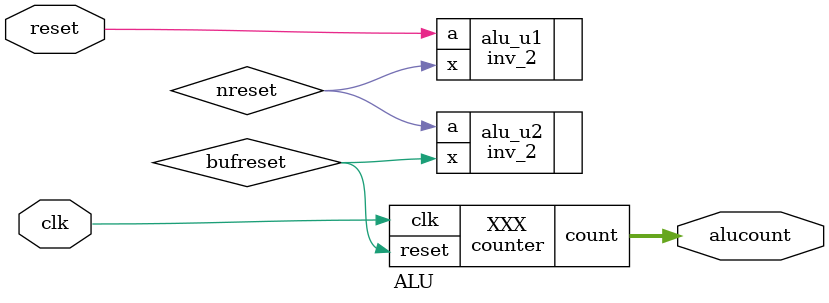
<source format=v>

module counter_DW01_inc_0 ( A, SUM );
  input [7:0] A;
  output [7:0] SUM;

  wire   [7:2] carry;

  adhalf_1 U1_1_6 ( .a(A[6]), .b(carry[6]), .co(carry[7]), .s(SUM[6]) );
  adhalf_1 U1_1_1 ( .a(A[1]), .b(A[0]), .co(carry[2]), .s(SUM[1]) );
  adhalf_1 U1_1_2 ( .a(A[2]), .b(carry[2]), .co(carry[3]), .s(SUM[2]) );
  adhalf_1 U1_1_3 ( .a(A[3]), .b(carry[3]), .co(carry[4]), .s(SUM[3]) );
  adhalf_1 U1_1_4 ( .a(A[4]), .b(carry[4]), .co(carry[5]), .s(SUM[4]) );
  adhalf_1 U1_1_5 ( .a(A[5]), .b(carry[5]), .co(carry[6]), .s(SUM[5]) );
  inv_2 U1 ( .a(A[0]), .x(SUM[0]) );
  exor2_1 U2 ( .a(carry[7]), .b(A[7]), .x(SUM[7]) );
endmodule


module counter ( clk, reset, count );
  output [7:0] count;
  input clk, reset;
  wire   N1, N2, N3, N4, N5, N6, N7, N8, n18;

  counter_DW01_inc_0 add_13 ( .A(count), .SUM({N8, N7, N6, N5, N4, N3, N2, N1}) );
  dffpr_2 \count_reg[7]  ( .d(N8), .ck(clk), .rb(n18), .q(count[7]) );
  dffpr_2 \count_reg[4]  ( .d(N5), .ck(clk), .rb(n18), .q(count[4]) );
  dffpr_2 \count_reg[5]  ( .d(N6), .ck(clk), .rb(n18), .q(count[5]) );
  dffpr_2 \count_reg[6]  ( .d(N7), .ck(clk), .rb(n18), .q(count[6]) );
  dffpr_2 \count_reg[2]  ( .d(N3), .ck(clk), .rb(n18), .q(count[2]) );
  dffpr_2 \count_reg[3]  ( .d(N4), .ck(clk), .rb(n18), .q(count[3]) );
  dffpr_2 \count_reg[1]  ( .d(N2), .ck(clk), .rb(n18), .q(count[1]) );
  dffpr_2 \count_reg[0]  ( .d(N1), .ck(clk), .rb(n18), .q(count[0]) );
  inv_2 U4 ( .a(reset), .x(n18) );
endmodule

module ALU (clk, reset, alucount);
   output [7:0] alucount;
   input 	clk, reset;
   wire 	nreset, bufreset;
   
   counter XXX (.clk(clk), .reset(bufreset), .count(alucount));
   inv_2 alu_u1 (.a(reset),.x(nreset));
   inv_2 alu_u2 (.a(nreset),.x(bufreset));
   
endmodule
</source>
